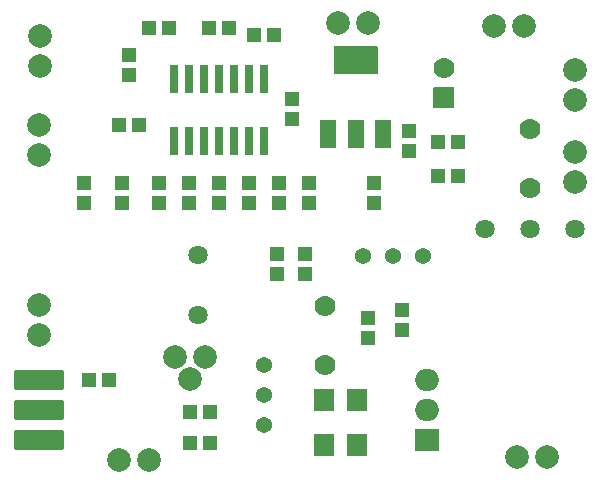
<source format=gbr>
%TF.GenerationSoftware,KiCad,Pcbnew,(6.0.2)*%
%TF.CreationDate,2022-10-25T13:23:13-07:00*%
%TF.ProjectId,powerAmp_RevB,706f7765-7241-46d7-905f-526576422e6b,rev?*%
%TF.SameCoordinates,Original*%
%TF.FileFunction,Soldermask,Top*%
%TF.FilePolarity,Negative*%
%FSLAX46Y46*%
G04 Gerber Fmt 4.6, Leading zero omitted, Abs format (unit mm)*
G04 Created by KiCad (PCBNEW (6.0.2)) date 2022-10-25 13:23:13*
%MOMM*%
%LPD*%
G01*
G04 APERTURE LIST*
G04 Aperture macros list*
%AMRoundRect*
0 Rectangle with rounded corners*
0 $1 Rounding radius*
0 $2 $3 $4 $5 $6 $7 $8 $9 X,Y pos of 4 corners*
0 Add a 4 corners polygon primitive as box body*
4,1,4,$2,$3,$4,$5,$6,$7,$8,$9,$2,$3,0*
0 Add four circle primitives for the rounded corners*
1,1,$1+$1,$2,$3*
1,1,$1+$1,$4,$5*
1,1,$1+$1,$6,$7*
1,1,$1+$1,$8,$9*
0 Add four rect primitives between the rounded corners*
20,1,$1+$1,$2,$3,$4,$5,0*
20,1,$1+$1,$4,$5,$6,$7,0*
20,1,$1+$1,$6,$7,$8,$9,0*
20,1,$1+$1,$8,$9,$2,$3,0*%
G04 Aperture macros list end*
%ADD10RoundRect,0.063500X-0.550000X-0.500000X0.550000X-0.500000X0.550000X0.500000X-0.550000X0.500000X0*%
%ADD11RoundRect,0.063500X-0.800000X-0.900000X0.800000X-0.900000X0.800000X0.900000X-0.800000X0.900000X0*%
%ADD12RoundRect,0.063500X-0.500000X0.550000X-0.500000X-0.550000X0.500000X-0.550000X0.500000X0.550000X0*%
%ADD13C,2.006600*%
%ADD14C,1.367000*%
%ADD15RoundRect,0.063500X0.500000X-0.550000X0.500000X0.550000X-0.500000X0.550000X-0.500000X-0.550000X0*%
%ADD16RoundRect,0.063500X-0.609600X-1.117600X0.609600X-1.117600X0.609600X1.117600X-0.609600X1.117600X0*%
%ADD17RoundRect,0.063500X-1.800000X-1.100000X1.800000X-1.100000X1.800000X1.100000X-1.800000X1.100000X0*%
%ADD18C,1.778000*%
%ADD19RoundRect,0.063500X0.550000X0.500000X-0.550000X0.500000X-0.550000X-0.500000X0.550000X-0.500000X0*%
%ADD20R,2.000000X1.905000*%
%ADD21O,2.000000X1.905000*%
%ADD22RoundRect,0.063500X-0.300000X-1.100000X0.300000X-1.100000X0.300000X1.100000X-0.300000X1.100000X0*%
%ADD23RoundRect,0.063500X0.300000X1.100000X-0.300000X1.100000X-0.300000X-1.100000X0.300000X-1.100000X0*%
%ADD24RoundRect,0.063500X2.032000X-0.762000X2.032000X0.762000X-2.032000X0.762000X-2.032000X-0.762000X0*%
%ADD25C,1.627000*%
%ADD26RoundRect,0.063500X-0.825500X0.825500X-0.825500X-0.825500X0.825500X-0.825500X0.825500X0.825500X0*%
G04 APERTURE END LIST*
D10*
%TO.C,R4*%
X133950000Y-121700000D03*
X135650000Y-121700000D03*
%TD*%
D11*
%TO.C,R11*%
X145300000Y-120690000D03*
X148100000Y-120690000D03*
%TD*%
D12*
%TO.C,C17*%
X133896100Y-102248600D03*
X133896100Y-103948600D03*
%TD*%
%TO.C,C14*%
X128181100Y-102248600D03*
X128181100Y-103948600D03*
%TD*%
D11*
%TO.C,R12*%
X145300000Y-124500000D03*
X148100000Y-124500000D03*
%TD*%
D12*
%TO.C,C15*%
X136436100Y-102248600D03*
X136436100Y-103948600D03*
%TD*%
%TO.C,R6*%
X149025000Y-113725000D03*
X149025000Y-115425000D03*
%TD*%
D13*
%TO.C,JP2*%
X159750000Y-89010000D03*
X162290000Y-89010000D03*
%TD*%
%TO.C,JP9*%
X121196100Y-112623600D03*
X121196100Y-115163600D03*
%TD*%
%TO.C,JP7*%
X166600000Y-99655000D03*
X166600000Y-102195000D03*
%TD*%
D14*
%TO.C,VR3*%
X140246100Y-117703600D03*
X140246100Y-120243600D03*
X140246100Y-122783600D03*
%TD*%
D15*
%TO.C,C19*%
X144056100Y-103948600D03*
X144056100Y-102248600D03*
%TD*%
%TO.C,C18*%
X141516100Y-103948600D03*
X141516100Y-102248600D03*
%TD*%
%TO.C,R8*%
X125006100Y-103948600D03*
X125006100Y-102248600D03*
%TD*%
D16*
%TO.C,T2*%
X145688600Y-98098800D03*
X148000000Y-98098800D03*
X150311400Y-98098800D03*
D17*
X148000000Y-91901000D03*
%TD*%
D15*
%TO.C,R3*%
X141300000Y-110025000D03*
X141300000Y-108325000D03*
%TD*%
D13*
%TO.C,JP1*%
X121196100Y-99923600D03*
X121196100Y-97383600D03*
%TD*%
D15*
%TO.C,R9*%
X131356100Y-103948600D03*
X131356100Y-102248600D03*
%TD*%
D12*
%TO.C,R13*%
X138976100Y-102248600D03*
X138976100Y-103948600D03*
%TD*%
D10*
%TO.C,C7*%
X154975000Y-98825000D03*
X156675000Y-98825000D03*
%TD*%
D18*
%TO.C,C4*%
X145400000Y-112700000D03*
X145400000Y-117700000D03*
%TD*%
D19*
%TO.C,R15*%
X137286100Y-89128600D03*
X135586100Y-89128600D03*
%TD*%
D13*
%TO.C,JP12*%
X166600000Y-95245000D03*
X166600000Y-92705000D03*
%TD*%
%TO.C,JP5*%
X127960000Y-125700000D03*
X130500000Y-125700000D03*
%TD*%
D15*
%TO.C,R1*%
X142600000Y-96850000D03*
X142600000Y-95150000D03*
%TD*%
D13*
%TO.C,Q6*%
X135270000Y-117000000D03*
X134000000Y-118905000D03*
X132730000Y-117000000D03*
%TD*%
D10*
%TO.C,C8*%
X154975000Y-101675000D03*
X156675000Y-101675000D03*
%TD*%
D19*
%TO.C,R14*%
X141096100Y-89763600D03*
X139396100Y-89763600D03*
%TD*%
%TO.C,R21*%
X132206100Y-89128600D03*
X130506100Y-89128600D03*
%TD*%
D20*
%TO.C,Q1*%
X154080000Y-124050000D03*
D21*
X154080000Y-121510000D03*
X154080000Y-118970000D03*
%TD*%
D22*
%TO.C,U$2*%
X132626100Y-98713600D03*
X133896100Y-98713600D03*
X135166100Y-98713600D03*
X136436100Y-98713600D03*
D23*
X137706100Y-98713600D03*
X138976100Y-98713600D03*
X140246100Y-98713600D03*
D22*
X140246100Y-93513600D03*
X138976100Y-93513600D03*
X137706100Y-93513600D03*
X136436100Y-93513600D03*
X135166100Y-93513600D03*
X133896100Y-93513600D03*
X132626100Y-93513600D03*
%TD*%
D13*
%TO.C,JP4*%
X161630000Y-125510000D03*
X164170000Y-125510000D03*
%TD*%
D14*
%TO.C,VR5*%
X148620509Y-108475000D03*
X151160509Y-108475000D03*
X153700509Y-108475000D03*
%TD*%
D24*
%TO.C,J$1*%
X121196100Y-124053600D03*
X121196100Y-118973600D03*
X121196100Y-121513600D03*
%TD*%
D15*
%TO.C,R5*%
X149550000Y-103975000D03*
X149550000Y-102275000D03*
%TD*%
%TO.C,R18*%
X128816100Y-93153600D03*
X128816100Y-91453600D03*
%TD*%
D13*
%TO.C,JP8*%
X149045000Y-88710000D03*
X146505000Y-88710000D03*
%TD*%
D19*
%TO.C,R7*%
X129666100Y-97383600D03*
X127966100Y-97383600D03*
%TD*%
D10*
%TO.C,C3*%
X133950000Y-124300000D03*
X135650000Y-124300000D03*
%TD*%
D25*
%TO.C,U$1*%
X166610000Y-106140000D03*
X162800000Y-106140000D03*
X158990000Y-106140000D03*
%TD*%
D19*
%TO.C,C2*%
X127126100Y-118973600D03*
X125426100Y-118973600D03*
%TD*%
D12*
%TO.C,C5*%
X143700000Y-108325000D03*
X143700000Y-110025000D03*
%TD*%
D13*
%TO.C,JP6*%
X121250000Y-92345000D03*
X121250000Y-89805000D03*
%TD*%
D25*
%TO.C,U$6*%
X134625000Y-108385000D03*
X134625000Y-113465000D03*
%TD*%
D15*
%TO.C,C13*%
X151925000Y-114750000D03*
X151925000Y-113050000D03*
%TD*%
D18*
%TO.C,C1*%
X162775000Y-102675000D03*
X162775000Y-97675000D03*
%TD*%
D12*
%TO.C,R2*%
X152500000Y-97850000D03*
X152500000Y-99550000D03*
%TD*%
D26*
%TO.C,C9*%
X155450000Y-95095000D03*
D18*
X155450000Y-92555000D03*
%TD*%
M02*

</source>
